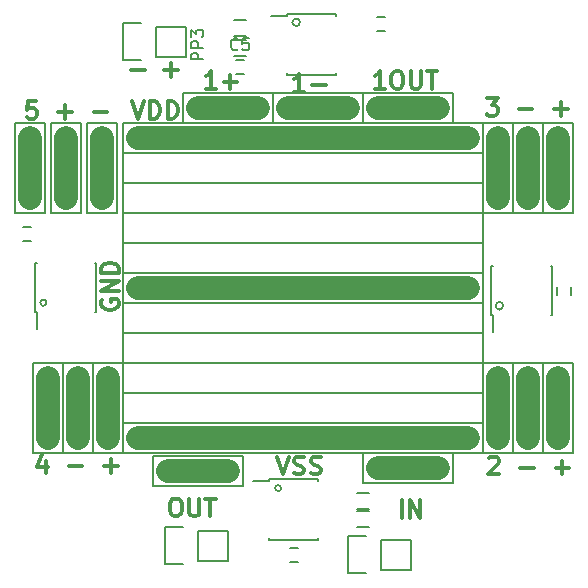
<source format=gto>
G04 #@! TF.FileFunction,Legend,Top*
%FSLAX46Y46*%
G04 Gerber Fmt 4.6, Leading zero omitted, Abs format (unit mm)*
G04 Created by KiCad (PCBNEW (2016-03-07 BZR 6612)-product) date Sunday, 29 May 2016 'pmt' 22:27:27*
%MOMM*%
G01*
G04 APERTURE LIST*
%ADD10C,0.100000*%
%ADD11C,0.300000*%
%ADD12C,2.000000*%
%ADD13C,0.150000*%
G04 APERTURE END LIST*
D10*
D11*
X72747429Y-89221571D02*
X73247429Y-90721571D01*
X73747429Y-89221571D01*
X74176000Y-90650143D02*
X74390286Y-90721571D01*
X74747429Y-90721571D01*
X74890286Y-90650143D01*
X74961715Y-90578714D01*
X75033143Y-90435857D01*
X75033143Y-90293000D01*
X74961715Y-90150143D01*
X74890286Y-90078714D01*
X74747429Y-90007286D01*
X74461715Y-89935857D01*
X74318857Y-89864429D01*
X74247429Y-89793000D01*
X74176000Y-89650143D01*
X74176000Y-89507286D01*
X74247429Y-89364429D01*
X74318857Y-89293000D01*
X74461715Y-89221571D01*
X74818857Y-89221571D01*
X75033143Y-89293000D01*
X75604571Y-90650143D02*
X75818857Y-90721571D01*
X76176000Y-90721571D01*
X76318857Y-90650143D01*
X76390286Y-90578714D01*
X76461714Y-90435857D01*
X76461714Y-90293000D01*
X76390286Y-90150143D01*
X76318857Y-90078714D01*
X76176000Y-90007286D01*
X75890286Y-89935857D01*
X75747428Y-89864429D01*
X75676000Y-89793000D01*
X75604571Y-89650143D01*
X75604571Y-89507286D01*
X75676000Y-89364429D01*
X75747428Y-89293000D01*
X75890286Y-89221571D01*
X76247428Y-89221571D01*
X76461714Y-89293000D01*
X57924000Y-75945857D02*
X57852571Y-76088714D01*
X57852571Y-76303000D01*
X57924000Y-76517285D01*
X58066857Y-76660143D01*
X58209714Y-76731571D01*
X58495429Y-76803000D01*
X58709714Y-76803000D01*
X58995429Y-76731571D01*
X59138286Y-76660143D01*
X59281143Y-76517285D01*
X59352571Y-76303000D01*
X59352571Y-76160143D01*
X59281143Y-75945857D01*
X59209714Y-75874428D01*
X58709714Y-75874428D01*
X58709714Y-76160143D01*
X59352571Y-75231571D02*
X57852571Y-75231571D01*
X59352571Y-74374428D01*
X57852571Y-74374428D01*
X59352571Y-73660142D02*
X57852571Y-73660142D01*
X57852571Y-73302999D01*
X57924000Y-73088714D01*
X58066857Y-72945856D01*
X58209714Y-72874428D01*
X58495429Y-72802999D01*
X58709714Y-72802999D01*
X58995429Y-72874428D01*
X59138286Y-72945856D01*
X59281143Y-73088714D01*
X59352571Y-73302999D01*
X59352571Y-73660142D01*
X60484000Y-59122571D02*
X60984000Y-60622571D01*
X61484000Y-59122571D01*
X61984000Y-60622571D02*
X61984000Y-59122571D01*
X62341143Y-59122571D01*
X62555428Y-59194000D01*
X62698286Y-59336857D01*
X62769714Y-59479714D01*
X62841143Y-59765429D01*
X62841143Y-59979714D01*
X62769714Y-60265429D01*
X62698286Y-60408286D01*
X62555428Y-60551143D01*
X62341143Y-60622571D01*
X61984000Y-60622571D01*
X63484000Y-60622571D02*
X63484000Y-59122571D01*
X63841143Y-59122571D01*
X64055428Y-59194000D01*
X64198286Y-59336857D01*
X64269714Y-59479714D01*
X64341143Y-59765429D01*
X64341143Y-59979714D01*
X64269714Y-60265429D01*
X64198286Y-60408286D01*
X64055428Y-60551143D01*
X63841143Y-60622571D01*
X63484000Y-60622571D01*
X83288286Y-94404571D02*
X83288286Y-92904571D01*
X84002572Y-94404571D02*
X84002572Y-92904571D01*
X84859715Y-94404571D01*
X84859715Y-92904571D01*
X64032000Y-92777571D02*
X64317714Y-92777571D01*
X64460572Y-92849000D01*
X64603429Y-92991857D01*
X64674857Y-93277571D01*
X64674857Y-93777571D01*
X64603429Y-94063286D01*
X64460572Y-94206143D01*
X64317714Y-94277571D01*
X64032000Y-94277571D01*
X63889143Y-94206143D01*
X63746286Y-94063286D01*
X63674857Y-93777571D01*
X63674857Y-93277571D01*
X63746286Y-92991857D01*
X63889143Y-92849000D01*
X64032000Y-92777571D01*
X65317715Y-92777571D02*
X65317715Y-93991857D01*
X65389143Y-94134714D01*
X65460572Y-94206143D01*
X65603429Y-94277571D01*
X65889143Y-94277571D01*
X66032001Y-94206143D01*
X66103429Y-94134714D01*
X66174858Y-93991857D01*
X66174858Y-92777571D01*
X66674858Y-92777571D02*
X67532001Y-92777571D01*
X67103430Y-94277571D02*
X67103430Y-92777571D01*
X90678429Y-89364429D02*
X90749858Y-89293000D01*
X90892715Y-89221571D01*
X91249858Y-89221571D01*
X91392715Y-89293000D01*
X91464144Y-89364429D01*
X91535572Y-89507286D01*
X91535572Y-89650143D01*
X91464144Y-89864429D01*
X90607001Y-90721571D01*
X91535572Y-90721571D01*
X93321286Y-90150143D02*
X94464143Y-90150143D01*
X96321286Y-90150143D02*
X97464143Y-90150143D01*
X96892714Y-90721571D02*
X96892714Y-89578714D01*
X90480001Y-58868571D02*
X91408572Y-58868571D01*
X90908572Y-59440000D01*
X91122858Y-59440000D01*
X91265715Y-59511429D01*
X91337144Y-59582857D01*
X91408572Y-59725714D01*
X91408572Y-60082857D01*
X91337144Y-60225714D01*
X91265715Y-60297143D01*
X91122858Y-60368571D01*
X90694286Y-60368571D01*
X90551429Y-60297143D01*
X90480001Y-60225714D01*
X93194286Y-59797143D02*
X94337143Y-59797143D01*
X96194286Y-59797143D02*
X97337143Y-59797143D01*
X96765714Y-60368571D02*
X96765714Y-59225714D01*
X81851714Y-58082571D02*
X80994571Y-58082571D01*
X81423143Y-58082571D02*
X81423143Y-56582571D01*
X81280286Y-56796857D01*
X81137428Y-56939714D01*
X80994571Y-57011143D01*
X82780285Y-56582571D02*
X83065999Y-56582571D01*
X83208857Y-56654000D01*
X83351714Y-56796857D01*
X83423142Y-57082571D01*
X83423142Y-57582571D01*
X83351714Y-57868286D01*
X83208857Y-58011143D01*
X83065999Y-58082571D01*
X82780285Y-58082571D01*
X82637428Y-58011143D01*
X82494571Y-57868286D01*
X82423142Y-57582571D01*
X82423142Y-57082571D01*
X82494571Y-56796857D01*
X82637428Y-56654000D01*
X82780285Y-56582571D01*
X84066000Y-56582571D02*
X84066000Y-57796857D01*
X84137428Y-57939714D01*
X84208857Y-58011143D01*
X84351714Y-58082571D01*
X84637428Y-58082571D01*
X84780286Y-58011143D01*
X84851714Y-57939714D01*
X84923143Y-57796857D01*
X84923143Y-56582571D01*
X85423143Y-56582571D02*
X86280286Y-56582571D01*
X85851715Y-58082571D02*
X85851715Y-56582571D01*
X75065000Y-58336571D02*
X74207857Y-58336571D01*
X74636429Y-58336571D02*
X74636429Y-56836571D01*
X74493572Y-57050857D01*
X74350714Y-57193714D01*
X74207857Y-57265143D01*
X75707857Y-57765143D02*
X76850714Y-57765143D01*
X67572000Y-58082571D02*
X66714857Y-58082571D01*
X67143429Y-58082571D02*
X67143429Y-56582571D01*
X67000572Y-56796857D01*
X66857714Y-56939714D01*
X66714857Y-57011143D01*
X68214857Y-57511143D02*
X69357714Y-57511143D01*
X68786285Y-58082571D02*
X68786285Y-56939714D01*
X53165715Y-89594571D02*
X53165715Y-90594571D01*
X52808572Y-89023143D02*
X52451429Y-90094571D01*
X53380001Y-90094571D01*
X55094286Y-90023143D02*
X56237143Y-90023143D01*
X58094286Y-90023143D02*
X59237143Y-90023143D01*
X58665714Y-90594571D02*
X58665714Y-89451714D01*
X52348144Y-59122571D02*
X51633858Y-59122571D01*
X51562429Y-59836857D01*
X51633858Y-59765429D01*
X51776715Y-59694000D01*
X52133858Y-59694000D01*
X52276715Y-59765429D01*
X52348144Y-59836857D01*
X52419572Y-59979714D01*
X52419572Y-60336857D01*
X52348144Y-60479714D01*
X52276715Y-60551143D01*
X52133858Y-60622571D01*
X51776715Y-60622571D01*
X51633858Y-60551143D01*
X51562429Y-60479714D01*
X54205286Y-60051143D02*
X55348143Y-60051143D01*
X54776714Y-60622571D02*
X54776714Y-59479714D01*
X57205286Y-60051143D02*
X58348143Y-60051143D01*
X63182572Y-56495143D02*
X64325429Y-56495143D01*
X63754000Y-57066571D02*
X63754000Y-55923714D01*
X60388572Y-56495143D02*
X61531429Y-56495143D01*
D12*
X57912000Y-62230000D02*
X57912000Y-67310000D01*
X54864000Y-67310000D02*
X54864000Y-62230000D01*
X51816000Y-62230000D02*
X51816000Y-67310000D01*
X58420000Y-82550000D02*
X58420000Y-87630000D01*
X55880000Y-82550000D02*
X55880000Y-87630000D01*
X53340000Y-82550000D02*
X53340000Y-87630000D01*
X96520000Y-82550000D02*
X96520000Y-87630000D01*
X93980000Y-82550000D02*
X93980000Y-87630000D01*
X91440000Y-82550000D02*
X91440000Y-87630000D01*
X81280000Y-90170000D02*
X86360000Y-90170000D01*
X63500000Y-90424000D02*
X68580000Y-90424000D01*
X81280000Y-59690000D02*
X86360000Y-59690000D01*
X73660000Y-59690000D02*
X78740000Y-59690000D01*
X66040000Y-59690000D02*
X71120000Y-59690000D01*
X96520000Y-62230000D02*
X96520000Y-67310000D01*
X93980000Y-62230000D02*
X93980000Y-67310000D01*
X91440000Y-62230000D02*
X91440000Y-67310000D01*
X60960000Y-87630000D02*
X88900000Y-87630000D01*
X60960000Y-74930000D02*
X88900000Y-74930000D01*
X60960000Y-62230000D02*
X88900000Y-62230000D01*
D13*
X70096000Y-55285000D02*
X69096000Y-55285000D01*
X69096000Y-53935000D02*
X70096000Y-53935000D01*
X91884500Y-76454000D02*
G75*
G03X91884500Y-76454000I-317500J0D01*
G01*
X90897000Y-77259000D02*
X91042000Y-77259000D01*
X90897000Y-73109000D02*
X91042000Y-73109000D01*
X96047000Y-73109000D02*
X95902000Y-73109000D01*
X96047000Y-77259000D02*
X95902000Y-77259000D01*
X90897000Y-77259000D02*
X90897000Y-73109000D01*
X96047000Y-77259000D02*
X96047000Y-73109000D01*
X91042000Y-77259000D02*
X91042000Y-78659000D01*
X73088500Y-91884500D02*
G75*
G03X73088500Y-91884500I-254000J0D01*
G01*
X72093000Y-91151000D02*
X72093000Y-91296000D01*
X76243000Y-91151000D02*
X76243000Y-91296000D01*
X76243000Y-96301000D02*
X76243000Y-96156000D01*
X72093000Y-96301000D02*
X72093000Y-96156000D01*
X72093000Y-91151000D02*
X76243000Y-91151000D01*
X72093000Y-96301000D02*
X76243000Y-96301000D01*
X72093000Y-91296000D02*
X70693000Y-91296000D01*
X74676000Y-52451000D02*
G75*
G03X74676000Y-52451000I-317500J0D01*
G01*
X73617000Y-51781000D02*
X73617000Y-51926000D01*
X77767000Y-51781000D02*
X77767000Y-51926000D01*
X77767000Y-56931000D02*
X77767000Y-56786000D01*
X73617000Y-56931000D02*
X73617000Y-56786000D01*
X73617000Y-51781000D02*
X77767000Y-51781000D01*
X73617000Y-56931000D02*
X77767000Y-56931000D01*
X73617000Y-51926000D02*
X72217000Y-51926000D01*
X53220817Y-76200000D02*
G75*
G03X53220817Y-76200000I-261817J0D01*
G01*
X52289000Y-77005000D02*
X52434000Y-77005000D01*
X52289000Y-72855000D02*
X52434000Y-72855000D01*
X57439000Y-72855000D02*
X57294000Y-72855000D01*
X57439000Y-77005000D02*
X57294000Y-77005000D01*
X52289000Y-77005000D02*
X52289000Y-72855000D01*
X57439000Y-77005000D02*
X57439000Y-72855000D01*
X52434000Y-77005000D02*
X52434000Y-78405000D01*
X81534000Y-96266000D02*
X84074000Y-96266000D01*
X78714000Y-95986000D02*
X80264000Y-95986000D01*
X81534000Y-96266000D02*
X81534000Y-98806000D01*
X80264000Y-99086000D02*
X78714000Y-99086000D01*
X78714000Y-99086000D02*
X78714000Y-95986000D01*
X81534000Y-98806000D02*
X84074000Y-98806000D01*
X84074000Y-98806000D02*
X84074000Y-96266000D01*
X62484000Y-52832000D02*
X65024000Y-52832000D01*
X59664000Y-52552000D02*
X61214000Y-52552000D01*
X62484000Y-52832000D02*
X62484000Y-55372000D01*
X61214000Y-55652000D02*
X59664000Y-55652000D01*
X59664000Y-55652000D02*
X59664000Y-52552000D01*
X62484000Y-55372000D02*
X65024000Y-55372000D01*
X65024000Y-55372000D02*
X65024000Y-52832000D01*
X66040000Y-95504000D02*
X68580000Y-95504000D01*
X63220000Y-95224000D02*
X64770000Y-95224000D01*
X66040000Y-95504000D02*
X66040000Y-98044000D01*
X64770000Y-98324000D02*
X63220000Y-98324000D01*
X63220000Y-98324000D02*
X63220000Y-95224000D01*
X66040000Y-98044000D02*
X68580000Y-98044000D01*
X68580000Y-98044000D02*
X68580000Y-95504000D01*
X79510000Y-93813000D02*
X80510000Y-93813000D01*
X80510000Y-95163000D02*
X79510000Y-95163000D01*
X69096000Y-52284000D02*
X70096000Y-52284000D01*
X70096000Y-53634000D02*
X69096000Y-53634000D01*
X80510000Y-93639000D02*
X79510000Y-93639000D01*
X79510000Y-92289000D02*
X80510000Y-92289000D01*
X51224000Y-69758000D02*
X51924000Y-69758000D01*
X51924000Y-70958000D02*
X51224000Y-70958000D01*
X81184000Y-51978000D02*
X81884000Y-51978000D01*
X81884000Y-53178000D02*
X81184000Y-53178000D01*
X74506000Y-98136000D02*
X73806000Y-98136000D01*
X73806000Y-96936000D02*
X74506000Y-96936000D01*
X97628000Y-74834000D02*
X97628000Y-75534000D01*
X96428000Y-75534000D02*
X96428000Y-74834000D01*
X53086000Y-60960000D02*
X53086000Y-63500000D01*
X50546000Y-60960000D02*
X53086000Y-60960000D01*
X50546000Y-63500000D02*
X50546000Y-60960000D01*
X50546000Y-63500000D02*
X50546000Y-68580000D01*
X50546000Y-68580000D02*
X53086000Y-68580000D01*
X53086000Y-68580000D02*
X53086000Y-63500000D01*
X54610000Y-81280000D02*
X54610000Y-83820000D01*
X52070000Y-81280000D02*
X54610000Y-81280000D01*
X52070000Y-83820000D02*
X52070000Y-81280000D01*
X52070000Y-83820000D02*
X52070000Y-88900000D01*
X52070000Y-88900000D02*
X54610000Y-88900000D01*
X54610000Y-88900000D02*
X54610000Y-83820000D01*
X56134000Y-60960000D02*
X56134000Y-63500000D01*
X53594000Y-60960000D02*
X56134000Y-60960000D01*
X53594000Y-63500000D02*
X53594000Y-60960000D01*
X53594000Y-63500000D02*
X53594000Y-68580000D01*
X53594000Y-68580000D02*
X56134000Y-68580000D01*
X56134000Y-68580000D02*
X56134000Y-63500000D01*
X59182000Y-60960000D02*
X59182000Y-63500000D01*
X56642000Y-60960000D02*
X59182000Y-60960000D01*
X56642000Y-63500000D02*
X56642000Y-60960000D01*
X56642000Y-63500000D02*
X56642000Y-68580000D01*
X56642000Y-68580000D02*
X59182000Y-68580000D01*
X59182000Y-68580000D02*
X59182000Y-63500000D01*
X57150000Y-81280000D02*
X57150000Y-83820000D01*
X54610000Y-81280000D02*
X57150000Y-81280000D01*
X54610000Y-83820000D02*
X54610000Y-81280000D01*
X54610000Y-83820000D02*
X54610000Y-88900000D01*
X54610000Y-88900000D02*
X57150000Y-88900000D01*
X57150000Y-88900000D02*
X57150000Y-83820000D01*
X59690000Y-81280000D02*
X59690000Y-83820000D01*
X57150000Y-81280000D02*
X59690000Y-81280000D01*
X57150000Y-83820000D02*
X57150000Y-81280000D01*
X57150000Y-83820000D02*
X57150000Y-88900000D01*
X57150000Y-88900000D02*
X59690000Y-88900000D01*
X59690000Y-88900000D02*
X59690000Y-83820000D01*
X92710000Y-60960000D02*
X92710000Y-63500000D01*
X90170000Y-60960000D02*
X92710000Y-60960000D01*
X90170000Y-63500000D02*
X90170000Y-60960000D01*
X90170000Y-63500000D02*
X90170000Y-68580000D01*
X90170000Y-68580000D02*
X92710000Y-68580000D01*
X92710000Y-68580000D02*
X92710000Y-63500000D01*
X92710000Y-81280000D02*
X92710000Y-83820000D01*
X90170000Y-81280000D02*
X92710000Y-81280000D01*
X90170000Y-83820000D02*
X90170000Y-81280000D01*
X90170000Y-83820000D02*
X90170000Y-88900000D01*
X90170000Y-88900000D02*
X92710000Y-88900000D01*
X92710000Y-88900000D02*
X92710000Y-83820000D01*
X80010000Y-58420000D02*
X82550000Y-58420000D01*
X80010000Y-60960000D02*
X80010000Y-58420000D01*
X82550000Y-60960000D02*
X80010000Y-60960000D01*
X82550000Y-60960000D02*
X87630000Y-60960000D01*
X87630000Y-60960000D02*
X87630000Y-58420000D01*
X87630000Y-58420000D02*
X82550000Y-58420000D01*
X95250000Y-60960000D02*
X95250000Y-63500000D01*
X92710000Y-60960000D02*
X95250000Y-60960000D01*
X92710000Y-63500000D02*
X92710000Y-60960000D01*
X92710000Y-63500000D02*
X92710000Y-68580000D01*
X92710000Y-68580000D02*
X95250000Y-68580000D01*
X95250000Y-68580000D02*
X95250000Y-63500000D01*
X97790000Y-60960000D02*
X97790000Y-63500000D01*
X95250000Y-60960000D02*
X97790000Y-60960000D01*
X95250000Y-63500000D02*
X95250000Y-60960000D01*
X95250000Y-63500000D02*
X95250000Y-68580000D01*
X95250000Y-68580000D02*
X97790000Y-68580000D01*
X97790000Y-68580000D02*
X97790000Y-63500000D01*
X95250000Y-81280000D02*
X95250000Y-83820000D01*
X92710000Y-81280000D02*
X95250000Y-81280000D01*
X92710000Y-83820000D02*
X92710000Y-81280000D01*
X92710000Y-83820000D02*
X92710000Y-88900000D01*
X92710000Y-88900000D02*
X95250000Y-88900000D01*
X95250000Y-88900000D02*
X95250000Y-83820000D01*
X97790000Y-81280000D02*
X97790000Y-83820000D01*
X95250000Y-81280000D02*
X97790000Y-81280000D01*
X95250000Y-83820000D02*
X95250000Y-81280000D01*
X95250000Y-83820000D02*
X95250000Y-88900000D01*
X95250000Y-88900000D02*
X97790000Y-88900000D01*
X97790000Y-88900000D02*
X97790000Y-83820000D01*
X72390000Y-58420000D02*
X74930000Y-58420000D01*
X72390000Y-60960000D02*
X72390000Y-58420000D01*
X74930000Y-60960000D02*
X72390000Y-60960000D01*
X74930000Y-60960000D02*
X80010000Y-60960000D01*
X80010000Y-60960000D02*
X80010000Y-58420000D01*
X80010000Y-58420000D02*
X74930000Y-58420000D01*
X64770000Y-58420000D02*
X67310000Y-58420000D01*
X64770000Y-60960000D02*
X64770000Y-58420000D01*
X67310000Y-60960000D02*
X64770000Y-60960000D01*
X67310000Y-60960000D02*
X72390000Y-60960000D01*
X72390000Y-60960000D02*
X72390000Y-58420000D01*
X72390000Y-58420000D02*
X67310000Y-58420000D01*
X80010000Y-88900000D02*
X82550000Y-88900000D01*
X80010000Y-91440000D02*
X80010000Y-88900000D01*
X82550000Y-91440000D02*
X80010000Y-91440000D01*
X82550000Y-91440000D02*
X87630000Y-91440000D01*
X87630000Y-91440000D02*
X87630000Y-88900000D01*
X87630000Y-88900000D02*
X82550000Y-88900000D01*
X62230000Y-89154000D02*
X64770000Y-89154000D01*
X62230000Y-91694000D02*
X62230000Y-89154000D01*
X64770000Y-91694000D02*
X62230000Y-91694000D01*
X64770000Y-91694000D02*
X69850000Y-91694000D01*
X69850000Y-91694000D02*
X69850000Y-89154000D01*
X69850000Y-89154000D02*
X64770000Y-89154000D01*
X59690000Y-86360000D02*
X62230000Y-86360000D01*
X59690000Y-88900000D02*
X59690000Y-86360000D01*
X62230000Y-88900000D02*
X59690000Y-88900000D01*
X62230000Y-86360000D02*
X90170000Y-86360000D01*
X90170000Y-86360000D02*
X90170000Y-88900000D01*
X90170000Y-88900000D02*
X62230000Y-88900000D01*
X59690000Y-66040000D02*
X62230000Y-66040000D01*
X59690000Y-68580000D02*
X59690000Y-66040000D01*
X62230000Y-68580000D02*
X59690000Y-68580000D01*
X62230000Y-66040000D02*
X90170000Y-66040000D01*
X90170000Y-66040000D02*
X90170000Y-68580000D01*
X90170000Y-68580000D02*
X62230000Y-68580000D01*
X59690000Y-73660000D02*
X62230000Y-73660000D01*
X59690000Y-76200000D02*
X59690000Y-73660000D01*
X62230000Y-76200000D02*
X59690000Y-76200000D01*
X62230000Y-73660000D02*
X90170000Y-73660000D01*
X90170000Y-73660000D02*
X90170000Y-76200000D01*
X90170000Y-76200000D02*
X62230000Y-76200000D01*
X59690000Y-63500000D02*
X62230000Y-63500000D01*
X59690000Y-66040000D02*
X59690000Y-63500000D01*
X62230000Y-66040000D02*
X59690000Y-66040000D01*
X62230000Y-63500000D02*
X90170000Y-63500000D01*
X90170000Y-63500000D02*
X90170000Y-66040000D01*
X90170000Y-66040000D02*
X62230000Y-66040000D01*
X59690000Y-60960000D02*
X62230000Y-60960000D01*
X59690000Y-63500000D02*
X59690000Y-60960000D01*
X62230000Y-63500000D02*
X59690000Y-63500000D01*
X62230000Y-60960000D02*
X90170000Y-60960000D01*
X90170000Y-60960000D02*
X90170000Y-63500000D01*
X90170000Y-63500000D02*
X62230000Y-63500000D01*
X59690000Y-68580000D02*
X62230000Y-68580000D01*
X59690000Y-71120000D02*
X59690000Y-68580000D01*
X62230000Y-71120000D02*
X59690000Y-71120000D01*
X62230000Y-68580000D02*
X90170000Y-68580000D01*
X90170000Y-68580000D02*
X90170000Y-71120000D01*
X90170000Y-71120000D02*
X62230000Y-71120000D01*
X59690000Y-71120000D02*
X62230000Y-71120000D01*
X59690000Y-73660000D02*
X59690000Y-71120000D01*
X62230000Y-73660000D02*
X59690000Y-73660000D01*
X62230000Y-71120000D02*
X90170000Y-71120000D01*
X90170000Y-71120000D02*
X90170000Y-73660000D01*
X90170000Y-73660000D02*
X62230000Y-73660000D01*
X59690000Y-76200000D02*
X62230000Y-76200000D01*
X59690000Y-78740000D02*
X59690000Y-76200000D01*
X62230000Y-78740000D02*
X59690000Y-78740000D01*
X62230000Y-76200000D02*
X90170000Y-76200000D01*
X90170000Y-76200000D02*
X90170000Y-78740000D01*
X90170000Y-78740000D02*
X62230000Y-78740000D01*
X59690000Y-78740000D02*
X62230000Y-78740000D01*
X59690000Y-81280000D02*
X59690000Y-78740000D01*
X62230000Y-81280000D02*
X59690000Y-81280000D01*
X62230000Y-78740000D02*
X90170000Y-78740000D01*
X90170000Y-78740000D02*
X90170000Y-81280000D01*
X90170000Y-81280000D02*
X62230000Y-81280000D01*
X59690000Y-81280000D02*
X62230000Y-81280000D01*
X59690000Y-83820000D02*
X59690000Y-81280000D01*
X62230000Y-83820000D02*
X59690000Y-83820000D01*
X62230000Y-81280000D02*
X90170000Y-81280000D01*
X90170000Y-81280000D02*
X90170000Y-83820000D01*
X90170000Y-83820000D02*
X62230000Y-83820000D01*
X59690000Y-83820000D02*
X62230000Y-83820000D01*
X59690000Y-86360000D02*
X59690000Y-83820000D01*
X62230000Y-86360000D02*
X59690000Y-86360000D01*
X62230000Y-83820000D02*
X90170000Y-83820000D01*
X90170000Y-83820000D02*
X90170000Y-86360000D01*
X90170000Y-86360000D02*
X62230000Y-86360000D01*
X69246000Y-55661000D02*
X69946000Y-55661000D01*
X69946000Y-56861000D02*
X69246000Y-56861000D01*
X66492381Y-55594095D02*
X65492381Y-55594095D01*
X65492381Y-55213142D01*
X65540000Y-55117904D01*
X65587619Y-55070285D01*
X65682857Y-55022666D01*
X65825714Y-55022666D01*
X65920952Y-55070285D01*
X65968571Y-55117904D01*
X66016190Y-55213142D01*
X66016190Y-55594095D01*
X66492381Y-54594095D02*
X65492381Y-54594095D01*
X65492381Y-54213142D01*
X65540000Y-54117904D01*
X65587619Y-54070285D01*
X65682857Y-54022666D01*
X65825714Y-54022666D01*
X65920952Y-54070285D01*
X65968571Y-54117904D01*
X66016190Y-54213142D01*
X66016190Y-54594095D01*
X65492381Y-53689333D02*
X65492381Y-53070285D01*
X65873333Y-53403619D01*
X65873333Y-53260761D01*
X65920952Y-53165523D01*
X65968571Y-53117904D01*
X66063810Y-53070285D01*
X66301905Y-53070285D01*
X66397143Y-53117904D01*
X66444762Y-53165523D01*
X66492381Y-53260761D01*
X66492381Y-53546476D01*
X66444762Y-53641714D01*
X66397143Y-53689333D01*
X69429334Y-54718143D02*
X69381715Y-54765762D01*
X69238858Y-54813381D01*
X69143620Y-54813381D01*
X69000762Y-54765762D01*
X68905524Y-54670524D01*
X68857905Y-54575286D01*
X68810286Y-54384810D01*
X68810286Y-54241952D01*
X68857905Y-54051476D01*
X68905524Y-53956238D01*
X69000762Y-53861000D01*
X69143620Y-53813381D01*
X69238858Y-53813381D01*
X69381715Y-53861000D01*
X69429334Y-53908619D01*
X70334096Y-53813381D02*
X69857905Y-53813381D01*
X69810286Y-54289571D01*
X69857905Y-54241952D01*
X69953143Y-54194333D01*
X70191239Y-54194333D01*
X70286477Y-54241952D01*
X70334096Y-54289571D01*
X70381715Y-54384810D01*
X70381715Y-54622905D01*
X70334096Y-54718143D01*
X70286477Y-54765762D01*
X70191239Y-54813381D01*
X69953143Y-54813381D01*
X69857905Y-54765762D01*
X69810286Y-54718143D01*
M02*

</source>
